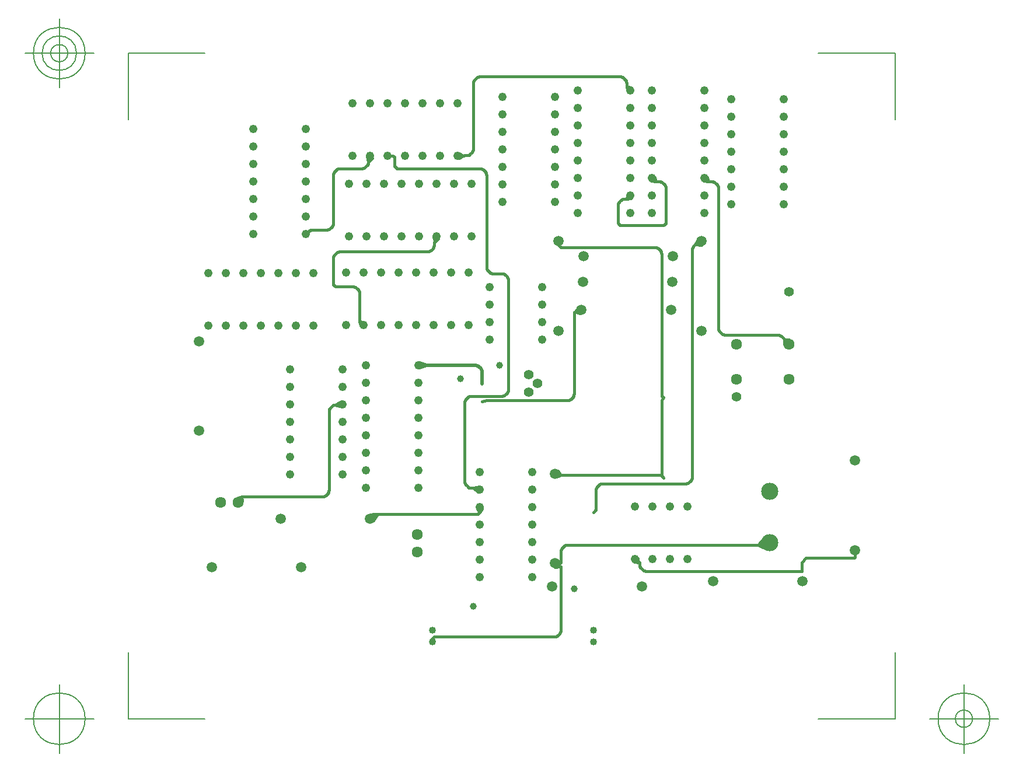
<source format=gbr>
G04 Generated by Ultiboard 12.0 *
%FSLAX25Y25*%
%MOIN*%

%ADD10C,0.00001*%
%ADD11C,0.01500*%
%ADD12C,0.02000*%
%ADD13C,0.00500*%
%ADD14C,0.06334*%
%ADD15C,0.05500*%
%ADD16C,0.05906*%
%ADD17C,0.04000*%
%ADD18C,0.04900*%
%ADD19C,0.03937*%
%ADD20C,0.01181*%
%ADD21C,0.09834*%


G04 ColorRGB 00FF00 for the following layer *
%LNCopper Top*%
%LPD*%
G54D10*
G54D11*
X108587Y299700D02*
X108587Y298587D01*
X107500Y297500D01*
X172630Y159500D02*
X175000Y160000D01*
X226600Y211600D02*
X229219Y211600D01*
X214041Y66987D02*
X216028Y65000D01*
X217500Y65000D01*
X145000Y25000D02*
X144100Y24100D01*
X144100Y22100D01*
X276000Y161795D02*
X275295Y162500D01*
X275000Y162500D01*
X216300Y248700D02*
X216300Y251081D01*
X92879Y157903D02*
X90403Y157903D01*
X90000Y157500D01*
X35000Y105000D02*
X35000Y103400D01*
X33300Y101700D01*
X336800Y78900D02*
X333900Y78900D01*
X332500Y77500D01*
X217500Y67500D02*
X216987Y66987D01*
X214041Y66987D01*
X262500Y67500D02*
X261700Y67500D01*
X259698Y69503D01*
X171134Y99101D02*
X171134Y96134D01*
X110000Y95000D02*
X110000Y93875D01*
X108644Y92519D01*
X171134Y109101D02*
X168399Y109101D01*
X167500Y110000D01*
X297959Y251046D02*
X296046Y251046D01*
X158587Y299700D02*
X162200Y299700D01*
X162500Y300000D01*
X255000Y339447D02*
X257235Y337212D01*
X269604Y287212D02*
X271815Y285000D01*
X255023Y275000D02*
X257235Y277212D01*
X276000Y161795D02*
X275000Y160000D01*
X275000Y117500D01*
X276000Y115795D01*
X347700Y192200D02*
X345000Y194900D01*
X345000Y195000D01*
X301815Y285000D02*
X299604Y287212D01*
X276000Y115795D02*
X275000Y116795D01*
X275000Y117500D01*
X217500Y117500D01*
X216832Y118168D01*
X214041Y118168D01*
X146500Y253800D02*
X146500Y251500D01*
X102500Y205000D02*
X102900Y205000D01*
X104800Y203100D01*
X106911Y294411D02*
X107029Y294540D01*
X107136Y294679D01*
X107230Y294827D01*
X107312Y294983D01*
X107379Y295145D01*
X107431Y295313D01*
X107469Y295484D01*
X107492Y295658D01*
X107500Y295833D01*
X103821Y292500D02*
X104069Y292511D01*
X104316Y292543D01*
X104558Y292597D01*
X104795Y292672D01*
X105024Y292767D01*
X105244Y292881D01*
X105453Y293015D01*
X105650Y293166D01*
X105833Y293333D01*
X91179Y292500D02*
X90931Y292489D01*
X90684Y292457D01*
X90442Y292403D01*
X90205Y292328D01*
X89976Y292233D01*
X89756Y292119D01*
X89547Y291985D01*
X89350Y291834D01*
X89167Y291667D01*
X88333Y290833D02*
X88166Y290650D01*
X88015Y290453D01*
X87881Y290244D01*
X87767Y290024D01*
X87672Y289795D01*
X87597Y289558D01*
X87543Y289316D01*
X87511Y289069D01*
X87500Y288821D01*
X86667Y259167D02*
X86834Y259350D01*
X86985Y259547D01*
X87119Y259756D01*
X87233Y259976D01*
X87328Y260205D01*
X87403Y260442D01*
X87457Y260684D01*
X87489Y260931D01*
X87500Y261179D01*
X83821Y257500D02*
X84069Y257511D01*
X84316Y257543D01*
X84558Y257597D01*
X84795Y257672D01*
X85024Y257767D01*
X85244Y257881D01*
X85453Y258015D01*
X85650Y258166D01*
X85833Y258333D01*
X75579Y257500D02*
X75336Y257489D01*
X75095Y257458D01*
X74858Y257405D01*
X74626Y257332D01*
X74402Y257239D01*
X74187Y257127D01*
X73982Y256997D01*
X73789Y256849D01*
X73610Y256685D01*
X221321Y160000D02*
X221569Y160011D01*
X221816Y160043D01*
X222058Y160097D01*
X222295Y160172D01*
X222524Y160267D01*
X222744Y160381D01*
X222953Y160515D01*
X223150Y160666D01*
X223333Y160833D01*
X224167Y161667D02*
X224334Y161850D01*
X224485Y162047D01*
X224619Y162256D01*
X224733Y162476D01*
X224828Y162705D01*
X224903Y162942D01*
X224957Y163184D01*
X224989Y163431D01*
X225000Y163679D01*
X225533Y210533D02*
X225426Y210416D01*
X225329Y210290D01*
X225244Y210156D01*
X225171Y210015D01*
X225110Y209869D01*
X225062Y209717D01*
X225028Y209562D01*
X225007Y209404D01*
X225000Y209246D01*
X216667Y26667D02*
X216834Y26850D01*
X216985Y27047D01*
X217119Y27256D01*
X217233Y27476D01*
X217328Y27705D01*
X217403Y27942D01*
X217457Y28184D01*
X217489Y28431D01*
X217500Y28679D01*
X217500Y28679D01*
X213821Y25000D02*
X214069Y25011D01*
X214316Y25043D01*
X214558Y25097D01*
X214795Y25172D01*
X215024Y25267D01*
X215244Y25381D01*
X215453Y25515D01*
X215650Y25666D01*
X215833Y25833D01*
X275000Y243821D02*
X274989Y244069D01*
X274957Y244316D01*
X274903Y244558D01*
X274828Y244795D01*
X274733Y245024D01*
X274619Y245244D01*
X274485Y245453D01*
X274334Y245650D01*
X274167Y245833D01*
X273333Y246667D02*
X273150Y246834D01*
X272953Y246985D01*
X272744Y247119D01*
X272524Y247233D01*
X272295Y247328D01*
X272058Y247403D01*
X271816Y247457D01*
X271569Y247489D01*
X271321Y247500D01*
X217100Y247900D02*
X217188Y247820D01*
X217282Y247747D01*
X217383Y247683D01*
X217489Y247628D01*
X217599Y247582D01*
X217712Y247547D01*
X217829Y247521D01*
X217947Y247505D01*
X218066Y247500D01*
X88333Y157500D02*
X88158Y157492D01*
X87984Y157469D01*
X87813Y157431D01*
X87645Y157379D01*
X87483Y157312D01*
X87327Y157230D01*
X87179Y157136D01*
X87040Y157029D01*
X86911Y156911D01*
X85833Y155833D02*
X85666Y155650D01*
X85515Y155453D01*
X85381Y155244D01*
X85267Y155024D01*
X85172Y154795D01*
X85097Y154558D01*
X85043Y154316D01*
X85011Y154069D01*
X85000Y153821D01*
X84167Y106667D02*
X84334Y106850D01*
X84485Y107047D01*
X84619Y107256D01*
X84733Y107476D01*
X84828Y107705D01*
X84903Y107942D01*
X84957Y108184D01*
X84989Y108431D01*
X85000Y108679D01*
X81321Y105000D02*
X81569Y105011D01*
X81816Y105043D01*
X82058Y105097D01*
X82295Y105172D01*
X82524Y105267D01*
X82744Y105381D01*
X82953Y105515D01*
X83150Y105666D01*
X83333Y105833D01*
X221179Y77500D02*
X220931Y77489D01*
X220684Y77457D01*
X220442Y77403D01*
X220205Y77328D01*
X219976Y77233D01*
X219756Y77119D01*
X219547Y76985D01*
X219350Y76834D01*
X219167Y76667D01*
X218333Y75833D02*
X218166Y75650D01*
X218015Y75453D01*
X217881Y75244D01*
X217767Y75024D01*
X217672Y74795D01*
X217597Y74558D01*
X217543Y74316D01*
X217511Y74069D01*
X217500Y73821D01*
X264167Y63333D02*
X264350Y63166D01*
X264547Y63015D01*
X264756Y62881D01*
X264976Y62767D01*
X265205Y62672D01*
X265442Y62597D01*
X265684Y62543D01*
X265931Y62511D01*
X266179Y62500D01*
X262500Y65833D02*
X262508Y65658D01*
X262531Y65484D01*
X262569Y65313D01*
X262621Y65145D01*
X262688Y64983D01*
X262770Y64827D01*
X262864Y64679D01*
X262971Y64540D01*
X263089Y64411D01*
X169465Y95000D02*
X169578Y95005D01*
X169689Y95020D01*
X169799Y95044D01*
X169907Y95078D01*
X170011Y95121D01*
X170111Y95173D01*
X170206Y95233D01*
X170295Y95302D01*
X170378Y95378D01*
X164411Y110589D02*
X164540Y110471D01*
X164679Y110364D01*
X164827Y110270D01*
X164983Y110188D01*
X165145Y110121D01*
X165313Y110069D01*
X165484Y110031D01*
X165658Y110008D01*
X165833Y110000D01*
X162500Y113679D02*
X162511Y113431D01*
X162543Y113184D01*
X162597Y112942D01*
X162672Y112705D01*
X162767Y112476D01*
X162881Y112256D01*
X163015Y112047D01*
X163166Y111850D01*
X163333Y111667D01*
X163333Y160833D02*
X163166Y160650D01*
X163015Y160453D01*
X162881Y160244D01*
X162767Y160024D01*
X162672Y159795D01*
X162597Y159558D01*
X162543Y159316D01*
X162511Y159069D01*
X162500Y158821D01*
X166179Y162500D02*
X165931Y162489D01*
X165684Y162457D01*
X165442Y162403D01*
X165205Y162328D01*
X164976Y162233D01*
X164756Y162119D01*
X164547Y161985D01*
X164350Y161834D01*
X164167Y161667D01*
X183821Y162500D02*
X184069Y162511D01*
X184316Y162543D01*
X184558Y162597D01*
X184795Y162672D01*
X185024Y162767D01*
X185244Y162881D01*
X185453Y163015D01*
X185650Y163166D01*
X185833Y163333D01*
X186667Y164167D02*
X186834Y164350D01*
X186985Y164547D01*
X187119Y164756D01*
X187233Y164976D01*
X187328Y165205D01*
X187403Y165442D01*
X187457Y165684D01*
X187489Y165931D01*
X187500Y166179D01*
X187500Y228821D02*
X187489Y229069D01*
X187457Y229316D01*
X187403Y229558D01*
X187328Y229795D01*
X187233Y230024D01*
X187119Y230244D01*
X186985Y230453D01*
X186834Y230650D01*
X186667Y230833D01*
X185833Y231667D02*
X185650Y231834D01*
X185453Y231985D01*
X185244Y232119D01*
X185024Y232233D01*
X184795Y232328D01*
X184558Y232403D01*
X184316Y232457D01*
X184069Y232489D01*
X183821Y232500D01*
X176667Y233333D02*
X176850Y233166D01*
X177047Y233015D01*
X177256Y232881D01*
X177476Y232767D01*
X177705Y232672D01*
X177942Y232597D01*
X178184Y232543D01*
X178431Y232511D01*
X178679Y232500D01*
X175000Y236179D02*
X175011Y235931D01*
X175043Y235684D01*
X175097Y235442D01*
X175172Y235205D01*
X175267Y234976D01*
X175381Y234756D01*
X175515Y234547D01*
X175666Y234350D01*
X175833Y234167D01*
X175000Y288821D02*
X174989Y289069D01*
X174957Y289316D01*
X174903Y289558D01*
X174828Y289795D01*
X174733Y290024D01*
X174619Y290244D01*
X174485Y290453D01*
X174334Y290650D01*
X174167Y290833D01*
X173333Y291667D02*
X173150Y291834D01*
X172953Y291985D01*
X172744Y292119D01*
X172524Y292233D01*
X172295Y292328D01*
X172058Y292403D01*
X171816Y292457D01*
X171569Y292489D01*
X171321Y292500D01*
X123333Y292917D02*
X123425Y292833D01*
X123523Y292757D01*
X123628Y292691D01*
X123738Y292633D01*
X123853Y292586D01*
X123971Y292548D01*
X124092Y292522D01*
X124215Y292505D01*
X124339Y292500D01*
X122500Y298396D02*
X122495Y298509D01*
X122480Y298622D01*
X122456Y298733D01*
X122421Y298842D01*
X122378Y298947D01*
X122325Y299048D01*
X122264Y299144D01*
X122195Y299234D01*
X122118Y299318D01*
X122034Y299395D01*
X121944Y299464D01*
X121848Y299525D01*
X121747Y299578D01*
X121642Y299621D01*
X121533Y299656D01*
X121422Y299680D01*
X121309Y299695D01*
X121196Y299700D01*
X293682Y248682D02*
X293444Y248422D01*
X293230Y248143D01*
X293041Y247846D01*
X292878Y247534D01*
X292743Y247209D01*
X292637Y246873D01*
X292561Y246529D01*
X292515Y246180D01*
X292500Y245829D01*
X291667Y114167D02*
X291834Y114350D01*
X291985Y114547D01*
X292119Y114756D01*
X292233Y114976D01*
X292328Y115205D01*
X292403Y115442D01*
X292457Y115684D01*
X292489Y115931D01*
X292500Y116179D01*
X288821Y112500D02*
X289069Y112511D01*
X289316Y112543D01*
X289558Y112597D01*
X289795Y112672D01*
X290024Y112767D01*
X290244Y112881D01*
X290453Y113015D01*
X290650Y113166D01*
X290833Y113333D01*
X241179Y112500D02*
X240931Y112489D01*
X240684Y112457D01*
X240442Y112403D01*
X240205Y112328D01*
X239976Y112233D01*
X239756Y112119D01*
X239547Y111985D01*
X239350Y111834D01*
X239167Y111667D01*
X238333Y110833D02*
X238166Y110650D01*
X238015Y110453D01*
X237881Y110244D01*
X237767Y110024D01*
X237672Y109795D01*
X237597Y109558D01*
X237543Y109316D01*
X237511Y109069D01*
X237500Y108821D01*
X237000Y97068D02*
X237092Y97155D01*
X237175Y97249D01*
X237251Y97350D01*
X237317Y97457D01*
X237373Y97569D01*
X237420Y97686D01*
X237456Y97807D01*
X237481Y97930D01*
X237496Y98055D01*
X237500Y98161D01*
X164167Y300000D02*
X164342Y300008D01*
X164516Y300031D01*
X164687Y300069D01*
X164855Y300121D01*
X165017Y300188D01*
X165173Y300270D01*
X165321Y300364D01*
X165460Y300471D01*
X165589Y300589D01*
X166667Y301667D02*
X166834Y301850D01*
X166985Y302047D01*
X167119Y302256D01*
X167233Y302476D01*
X167328Y302705D01*
X167403Y302942D01*
X167457Y303184D01*
X167489Y303431D01*
X167500Y303679D01*
X168333Y343333D02*
X168166Y343150D01*
X168015Y342953D01*
X167881Y342744D01*
X167767Y342524D01*
X167672Y342295D01*
X167597Y342058D01*
X167543Y341816D01*
X167511Y341569D01*
X167500Y341321D01*
X171179Y345000D02*
X170931Y344989D01*
X170684Y344957D01*
X170442Y344903D01*
X170205Y344828D01*
X169976Y344733D01*
X169756Y344619D01*
X169547Y344485D01*
X169350Y344334D01*
X169167Y344167D01*
X253333Y344167D02*
X253150Y344334D01*
X252953Y344485D01*
X252744Y344619D01*
X252524Y344733D01*
X252295Y344828D01*
X252058Y344903D01*
X251816Y344957D01*
X251569Y344989D01*
X251321Y345000D01*
X255000Y341482D02*
X254991Y341696D01*
X254963Y341909D01*
X254916Y342118D01*
X254852Y342323D01*
X254770Y342521D01*
X254671Y342711D01*
X254556Y342892D01*
X254425Y343062D01*
X254280Y343220D01*
X275751Y284249D02*
X275586Y284400D01*
X275408Y284537D01*
X275220Y284657D01*
X275022Y284760D01*
X274815Y284845D01*
X274602Y284913D01*
X274383Y284961D01*
X274162Y284990D01*
X273938Y285000D01*
X277500Y281321D02*
X277489Y281569D01*
X277457Y281816D01*
X277403Y282058D01*
X277328Y282295D01*
X277233Y282524D01*
X277119Y282744D01*
X276985Y282953D01*
X276834Y283150D01*
X276667Y283333D01*
X277083Y260833D02*
X277167Y260925D01*
X277243Y261023D01*
X277309Y261128D01*
X277367Y261238D01*
X277414Y261353D01*
X277452Y261471D01*
X277478Y261592D01*
X277495Y261715D01*
X277500Y261839D01*
X250833Y260417D02*
X250925Y260333D01*
X251023Y260257D01*
X251128Y260191D01*
X251238Y260133D01*
X251353Y260086D01*
X251471Y260048D01*
X251592Y260022D01*
X251715Y260005D01*
X251839Y260000D01*
X250833Y273333D02*
X250666Y273150D01*
X250515Y272953D01*
X250381Y272744D01*
X250267Y272524D01*
X250172Y272295D01*
X250097Y272058D01*
X250043Y271816D01*
X250011Y271569D01*
X250000Y271321D01*
X253341Y275000D02*
X253164Y274992D01*
X252988Y274969D01*
X252816Y274931D01*
X252647Y274878D01*
X252483Y274810D01*
X252326Y274728D01*
X252176Y274633D01*
X252036Y274525D01*
X251905Y274405D01*
X343333Y196667D02*
X343150Y196834D01*
X342953Y196985D01*
X342744Y197119D01*
X342524Y197233D01*
X342295Y197328D01*
X342058Y197403D01*
X341816Y197457D01*
X341569Y197489D01*
X341321Y197500D01*
X309167Y198333D02*
X309350Y198166D01*
X309547Y198015D01*
X309756Y197881D01*
X309976Y197767D01*
X310205Y197672D01*
X310442Y197597D01*
X310684Y197543D01*
X310931Y197511D01*
X311179Y197500D01*
X307500Y201179D02*
X307511Y200931D01*
X307543Y200684D01*
X307597Y200442D01*
X307672Y200205D01*
X307767Y199976D01*
X307881Y199756D01*
X308015Y199547D01*
X308166Y199350D01*
X308333Y199167D01*
X307500Y281321D02*
X307489Y281569D01*
X307457Y281816D01*
X307403Y282058D01*
X307328Y282295D01*
X307233Y282524D01*
X307119Y282744D01*
X306985Y282953D01*
X306834Y283150D01*
X306667Y283333D01*
X305751Y284249D02*
X305586Y284400D01*
X305408Y284537D01*
X305220Y284657D01*
X305022Y284760D01*
X304815Y284845D01*
X304602Y284913D01*
X304383Y284961D01*
X304162Y284990D01*
X303938Y285000D01*
X145500Y250500D02*
X145399Y250390D01*
X145309Y250272D01*
X145229Y250146D01*
X145160Y250014D01*
X145103Y249877D01*
X145058Y249735D01*
X145026Y249589D01*
X145006Y249442D01*
X145000Y249293D01*
X144411Y246911D02*
X144529Y247040D01*
X144636Y247179D01*
X144730Y247327D01*
X144812Y247483D01*
X144879Y247645D01*
X144931Y247813D01*
X144969Y247984D01*
X144992Y248158D01*
X145000Y248333D01*
X141321Y245000D02*
X141569Y245011D01*
X141816Y245043D01*
X142058Y245097D01*
X142295Y245172D01*
X142524Y245267D01*
X142744Y245381D01*
X142953Y245515D01*
X143150Y245666D01*
X143333Y245833D01*
X91179Y245000D02*
X90931Y244989D01*
X90684Y244957D01*
X90442Y244903D01*
X90205Y244828D01*
X89976Y244733D01*
X89756Y244619D01*
X89547Y244485D01*
X89350Y244334D01*
X89167Y244167D01*
X88333Y243333D02*
X88166Y243150D01*
X88015Y242953D01*
X87881Y242744D01*
X87767Y242524D01*
X87672Y242295D01*
X87597Y242058D01*
X87543Y241816D01*
X87511Y241569D01*
X87500Y241321D01*
X87500Y226839D02*
X87505Y226715D01*
X87522Y226592D01*
X87548Y226471D01*
X87586Y226353D01*
X87633Y226238D01*
X87691Y226128D01*
X87757Y226023D01*
X87833Y225925D01*
X87917Y225833D01*
X100833Y224167D02*
X100650Y224334D01*
X100453Y224485D01*
X100244Y224619D01*
X100024Y224733D01*
X99795Y224828D01*
X99558Y224903D01*
X99316Y224957D01*
X99069Y224989D01*
X98821Y225000D01*
X102500Y221321D02*
X102489Y221569D01*
X102457Y221816D01*
X102403Y222058D01*
X102328Y222295D01*
X102233Y222524D01*
X102119Y222744D01*
X101985Y222953D01*
X101834Y223150D01*
X101667Y223333D01*
X107500Y297500D02*
X107500Y295833D01*
X106911Y294411D02*
X105833Y293333D01*
X103821Y292500D02*
X91179Y292500D01*
X89167Y291667D02*
X88333Y290833D01*
X87500Y288821D02*
X87500Y261179D01*
X86667Y259167D02*
X85833Y258333D01*
X83821Y257500D02*
X75579Y257500D01*
X73610Y256685D02*
X71979Y255054D01*
X175000Y160000D02*
X221321Y160000D01*
X223333Y160833D02*
X224167Y161667D01*
X225000Y163679D02*
X225000Y209246D01*
X225533Y210533D02*
X226600Y211600D01*
X217500Y65000D02*
X217500Y28679D01*
X216667Y26667D02*
X215833Y25833D01*
X213821Y25000D02*
X145000Y25000D01*
X275000Y162500D02*
X275000Y243821D01*
X274167Y245833D02*
X273333Y246667D01*
X271321Y247500D02*
X218066Y247500D01*
X217100Y247900D02*
X216300Y248700D01*
X90000Y157500D02*
X88333Y157500D01*
X86911Y156911D02*
X85833Y155833D01*
X85000Y153821D02*
X85000Y108679D01*
X84167Y106667D02*
X83333Y105833D01*
X81321Y105000D02*
X35000Y105000D01*
X332500Y77500D02*
X221179Y77500D01*
X219167Y76667D02*
X218333Y75833D01*
X217500Y73821D02*
X217500Y67500D01*
X264167Y63333D02*
X263089Y64411D01*
X262500Y65833D02*
X262500Y67500D01*
X171134Y96134D02*
X170378Y95378D01*
X169465Y95000D02*
X110000Y95000D01*
X167500Y110000D02*
X165833Y110000D01*
X164411Y110589D02*
X163333Y111667D01*
X162500Y113679D02*
X162500Y158821D01*
X163333Y160833D02*
X164167Y161667D01*
X166179Y162500D02*
X183821Y162500D01*
X185833Y163333D02*
X186667Y164167D01*
X187500Y166179D02*
X187500Y228821D01*
X186667Y230833D02*
X185833Y231667D01*
X183821Y232500D02*
X178679Y232500D01*
X176667Y233333D02*
X175833Y234167D01*
X175000Y236179D02*
X175000Y288821D01*
X174167Y290833D02*
X173333Y291667D01*
X171321Y292500D02*
X124339Y292500D01*
X123333Y292917D02*
X122500Y293750D01*
X122500Y298396D01*
X121196Y299700D02*
X118587Y299700D01*
X296046Y251046D02*
X293682Y248682D01*
X292500Y245829D02*
X292500Y116179D01*
X291667Y114167D02*
X290833Y113333D01*
X288821Y112500D02*
X241179Y112500D01*
X239167Y111667D02*
X238333Y110833D01*
X237500Y108821D02*
X237500Y98161D01*
X237000Y97068D02*
X236000Y96205D01*
X162500Y300000D02*
X164167Y300000D01*
X165589Y300589D02*
X166667Y301667D01*
X167500Y303679D02*
X167500Y341321D01*
X168333Y343333D02*
X169167Y344167D01*
X171179Y345000D02*
X251321Y345000D01*
X253333Y344167D02*
X254280Y343220D01*
X255000Y341482D02*
X255000Y339447D01*
X271815Y285000D02*
X273938Y285000D01*
X275751Y284249D02*
X276667Y283333D01*
X277500Y281321D02*
X277500Y261839D01*
X277083Y260833D02*
X276250Y260000D01*
X251839Y260000D01*
X250833Y260417D02*
X250000Y261250D01*
X250000Y271321D01*
X250833Y273333D02*
X251905Y274405D01*
X253341Y275000D02*
X255023Y275000D01*
X345000Y195000D02*
X343333Y196667D01*
X341321Y197500D02*
X311179Y197500D01*
X309167Y198333D02*
X308333Y199167D01*
X307500Y201179D02*
X307500Y281321D01*
X306667Y283333D02*
X305751Y284249D01*
X303938Y285000D02*
X301815Y285000D01*
X146500Y251500D02*
X145500Y250500D01*
X145000Y249293D02*
X145000Y248333D01*
X144411Y246911D02*
X143333Y245833D01*
X141321Y245000D02*
X91179Y245000D01*
X89167Y244167D02*
X88333Y243333D01*
X87500Y241321D02*
X87500Y226839D01*
X87917Y225833D02*
X88750Y225000D01*
X98821Y225000D01*
X100833Y224167D02*
X101667Y223333D01*
X102500Y221321D02*
X102500Y205000D01*
G36*
X225849Y210849D02*
X225849Y210849D01*
X227478Y212950D01*
X228216Y209639D01*
X225849Y210849D01*
D02*
G37*
X227478Y212950D01*
X228216Y209639D01*
X225849Y210849D01*
G36*
X261864Y67500D02*
X261864Y67500D01*
X259474Y67818D01*
X261360Y69858D01*
X261864Y67500D01*
D02*
G37*
X259474Y67818D01*
X261360Y69858D01*
X261864Y67500D01*
G36*
X88447Y157500D02*
X88447Y157500D01*
X92090Y159409D01*
X92375Y156280D01*
X88447Y157500D01*
D02*
G37*
X92090Y159409D01*
X92375Y156280D01*
X88447Y157500D01*
G36*
X102543Y205000D02*
X102543Y205000D01*
X104945Y204794D01*
X103156Y202668D01*
X102543Y205000D01*
D02*
G37*
X104945Y204794D01*
X103156Y202668D01*
X102543Y205000D01*
G36*
X330026Y77500D02*
X330026Y77500D01*
X333668Y81649D01*
X335015Y75135D01*
X330026Y77500D01*
D02*
G37*
X333668Y81649D01*
X335015Y75135D01*
X330026Y77500D01*
G36*
X294189Y249189D02*
X294189Y249189D01*
X296094Y252218D01*
X297752Y248853D01*
X294189Y249189D01*
D02*
G37*
X296094Y252218D01*
X297752Y248853D01*
X294189Y249189D01*
G36*
X301690Y285126D02*
X301690Y285126D01*
X299314Y285537D01*
X301279Y287501D01*
X301690Y285126D01*
D02*
G37*
X299314Y285537D01*
X301279Y287501D01*
X301690Y285126D01*
G36*
X271690Y285126D02*
X271690Y285126D01*
X269314Y285537D01*
X271279Y287501D01*
X271690Y285126D01*
D02*
G37*
X269314Y285537D01*
X271279Y287501D01*
X271690Y285126D01*
G36*
X255149Y339298D02*
X255149Y339298D01*
X257525Y338887D01*
X255560Y336922D01*
X255149Y339298D01*
D02*
G37*
X257525Y338887D01*
X255560Y336922D01*
X255149Y339298D01*
G36*
X255149Y275126D02*
X255149Y275126D01*
X255560Y277501D01*
X257525Y275537D01*
X255149Y275126D01*
D02*
G37*
X255560Y277501D01*
X257525Y275537D01*
X255149Y275126D01*
G36*
X35000Y104949D02*
X35000Y104949D01*
X35649Y102269D01*
X32428Y103954D01*
X35000Y104949D01*
D02*
G37*
X35649Y102269D01*
X32428Y103954D01*
X35000Y104949D01*
G36*
X112930Y95000D02*
X112930Y95000D01*
X110480Y91302D01*
X108503Y94717D01*
X112930Y95000D01*
D02*
G37*
X110480Y91302D01*
X108503Y94717D01*
X112930Y95000D01*
G36*
X145910Y250910D02*
X145910Y250910D01*
X144943Y253118D01*
X147665Y252562D01*
X145910Y250910D01*
D02*
G37*
X144943Y253118D01*
X147665Y252562D01*
X145910Y250910D01*
G36*
X345107Y194793D02*
X345107Y194793D01*
X347859Y194612D01*
X345288Y192041D01*
X345107Y194793D01*
D02*
G37*
X347859Y194612D01*
X345288Y192041D01*
X345107Y194793D01*
G36*
X161537Y299700D02*
X161537Y299700D01*
X159566Y298311D01*
X159566Y301089D01*
X161537Y299700D01*
D02*
G37*
X159566Y298311D01*
X159566Y301089D01*
X161537Y299700D01*
G36*
X107500Y296163D02*
X107500Y296163D01*
X106914Y299397D01*
X109801Y298510D01*
X107500Y296163D01*
D02*
G37*
X106914Y299397D01*
X109801Y298510D01*
X107500Y296163D01*
G36*
X171134Y96151D02*
X171134Y96151D01*
X169745Y98121D01*
X172524Y98121D01*
X171134Y96151D01*
D02*
G37*
X169745Y98121D01*
X172524Y98121D01*
X171134Y96151D01*
G36*
X167536Y109964D02*
X167536Y109964D01*
X170727Y110751D01*
X170023Y107815D01*
X167536Y109964D01*
D02*
G37*
X170727Y110751D01*
X170023Y107815D01*
X167536Y109964D01*
G36*
X144558Y24558D02*
X144558Y24558D01*
X145279Y22516D01*
X143150Y22912D01*
X144558Y24558D01*
D02*
G37*
X145279Y22516D01*
X143150Y22912D01*
X144558Y24558D01*
G36*
X216865Y65000D02*
X216865Y65000D01*
X214214Y64791D01*
X216166Y67565D01*
X216865Y65000D01*
D02*
G37*
X214214Y64791D01*
X216166Y67565D01*
X216865Y65000D01*
G36*
X217461Y67461D02*
X217461Y67461D01*
X215666Y65500D01*
X215200Y68860D01*
X217461Y67461D01*
D02*
G37*
X215666Y65500D01*
X215200Y68860D01*
X217461Y67461D01*
G36*
X217440Y117560D02*
X217440Y117560D01*
X215126Y116251D01*
X215723Y119590D01*
X217440Y117560D01*
D02*
G37*
X215126Y116251D01*
X215723Y119590D01*
X217440Y117560D01*
X355000Y62500D02*
X355000Y67500D01*
X357500Y70000D01*
X385000Y70000D01*
X385538Y70538D01*
X385538Y74538D01*
X355000Y62500D02*
X266179Y62500D01*
X354821Y62700D02*
X355000Y62700D01*
G54D12*
X136248Y179990D02*
X136248Y180000D01*
X172500Y170000D02*
X172630Y169500D01*
X170833Y179167D02*
X170650Y179334D01*
X170453Y179485D01*
X170244Y179619D01*
X170024Y179733D01*
X169795Y179828D01*
X169558Y179903D01*
X169316Y179957D01*
X169069Y179989D01*
X168821Y180000D01*
X172500Y176321D02*
X172489Y176569D01*
X172457Y176816D01*
X172403Y177058D01*
X172328Y177295D01*
X172233Y177524D01*
X172119Y177744D01*
X171985Y177953D01*
X171834Y178150D01*
X171667Y178333D01*
X136248Y180000D02*
X168821Y180000D01*
X170833Y179167D02*
X171667Y178333D01*
X172500Y176321D02*
X172500Y170000D01*
G36*
X140698Y180000D02*
X140698Y180000D01*
X136717Y178618D01*
X136717Y181362D01*
X140698Y180000D01*
D02*
G37*
X136717Y178618D01*
X136717Y181362D01*
X140698Y180000D01*
G54D13*
X-29612Y-21812D02*
X-29612Y16207D01*
X-29612Y-21812D02*
X14187Y-21812D01*
X408374Y-21812D02*
X364575Y-21812D01*
X408374Y-21812D02*
X408374Y16207D01*
X408374Y358374D02*
X408374Y320355D01*
X408374Y358374D02*
X364575Y358374D01*
X-29612Y358374D02*
X14187Y358374D01*
X-29612Y358374D02*
X-29612Y320355D01*
X-49297Y-21812D02*
X-88667Y-21812D01*
X-68982Y-41497D02*
X-68982Y-2127D01*
X-83746Y-21812D02*
G75*
D01*
G02X-83746Y-21812I14764J0*
G01*
X428059Y-21812D02*
X467429Y-21812D01*
X447744Y-41497D02*
X447744Y-2127D01*
X432980Y-21812D02*
G75*
D01*
G02X432980Y-21812I14764J0*
G01*
X442823Y-21812D02*
G75*
D01*
G02X442823Y-21812I4921J0*
G01*
X-49297Y358374D02*
X-88667Y358374D01*
X-68982Y338689D02*
X-68982Y378059D01*
X-83746Y358374D02*
G75*
D01*
G02X-83746Y358374I14764J0*
G01*
X-78824Y358374D02*
G75*
D01*
G02X-78824Y358374I9842J0*
G01*
X-73903Y358374D02*
G75*
D01*
G02X-73903Y358374I4921J0*
G01*
G54D14*
X317700Y192200D03*
X347700Y192200D03*
X317700Y172200D03*
X347700Y172200D03*
X33300Y101700D03*
X23300Y101700D03*
X135646Y83526D03*
X135646Y73526D03*
G54D15*
X317700Y162200D03*
X347700Y222200D03*
X199000Y174800D03*
X199000Y164800D03*
X204000Y169800D03*
G54D16*
X304446Y56596D03*
X355628Y56596D03*
X212618Y53858D03*
X263799Y53858D03*
X214041Y118168D03*
X214041Y66987D03*
X10700Y193781D03*
X10700Y142600D03*
X57463Y92519D03*
X108644Y92519D03*
X18046Y64652D03*
X69227Y64652D03*
X297959Y199865D03*
X297959Y251046D03*
X230000Y227900D03*
X281181Y227900D03*
X216300Y251081D03*
X216300Y199900D03*
X230419Y242500D03*
X281600Y242500D03*
X229219Y211600D03*
X280400Y211600D03*
X385538Y74538D03*
X385538Y125719D03*
G54D17*
X144100Y22100D03*
X144100Y28767D03*
X236000Y22100D03*
X236000Y28767D03*
G54D18*
X41979Y255054D03*
X71979Y285054D03*
X71979Y265054D03*
X71979Y275054D03*
X71979Y295054D03*
X71979Y305054D03*
X71979Y315054D03*
X41979Y315054D03*
X41979Y285054D03*
X41979Y265054D03*
X41979Y275054D03*
X41979Y295054D03*
X41979Y305054D03*
X71979Y255054D03*
X201134Y119101D03*
X171134Y89101D03*
X171134Y109101D03*
X171134Y99101D03*
X171134Y79101D03*
X171134Y69101D03*
X171134Y59101D03*
X201134Y59101D03*
X201134Y89101D03*
X201134Y109101D03*
X201134Y99101D03*
X201134Y79101D03*
X201134Y69101D03*
X171134Y119101D03*
X98587Y329700D03*
X128587Y299700D03*
X108587Y299700D03*
X118587Y299700D03*
X138587Y299700D03*
X148587Y299700D03*
X158587Y299700D03*
X158587Y329700D03*
X128587Y329700D03*
X108587Y329700D03*
X118587Y329700D03*
X138587Y329700D03*
X148587Y329700D03*
X98587Y299700D03*
X96500Y283800D03*
X116500Y253800D03*
X106500Y253800D03*
X126500Y253800D03*
X146500Y253800D03*
X136500Y253800D03*
X156500Y253800D03*
X166500Y253800D03*
X156500Y283800D03*
X126500Y283800D03*
X116500Y283800D03*
X106500Y283800D03*
X146500Y283800D03*
X136500Y283800D03*
X166500Y283800D03*
X96500Y253800D03*
X214100Y333500D03*
X184100Y303500D03*
X184100Y323500D03*
X184100Y313500D03*
X184100Y293500D03*
X184100Y283500D03*
X184100Y273500D03*
X214100Y273500D03*
X214100Y303500D03*
X214100Y323500D03*
X214100Y313500D03*
X214100Y293500D03*
X214100Y283500D03*
X184100Y333500D03*
X227235Y267212D03*
X257235Y287212D03*
X257235Y277212D03*
X257235Y297212D03*
X257235Y317212D03*
X257235Y307212D03*
X257235Y327212D03*
X257235Y337212D03*
X227235Y327212D03*
X227235Y297212D03*
X227235Y287212D03*
X227235Y277212D03*
X227235Y317212D03*
X227235Y307212D03*
X227235Y337212D03*
X257235Y267212D03*
X299604Y337212D03*
X269604Y317212D03*
X269604Y327212D03*
X269604Y307212D03*
X269604Y287212D03*
X269604Y297212D03*
X269604Y277212D03*
X269604Y267212D03*
X299604Y277212D03*
X299604Y307212D03*
X299604Y317212D03*
X299604Y327212D03*
X299604Y287212D03*
X299604Y297212D03*
X299604Y267212D03*
X269604Y337212D03*
X344800Y332100D03*
X314800Y302100D03*
X314800Y322100D03*
X314800Y312100D03*
X314800Y292100D03*
X314800Y282100D03*
X314800Y272100D03*
X344800Y272100D03*
X344800Y302100D03*
X344800Y322100D03*
X344800Y312100D03*
X344800Y292100D03*
X344800Y282100D03*
X314800Y332100D03*
X94800Y233100D03*
X114800Y203100D03*
X104800Y203100D03*
X124800Y203100D03*
X144800Y203100D03*
X134800Y203100D03*
X154800Y203100D03*
X164800Y203100D03*
X154800Y233100D03*
X124800Y233100D03*
X114800Y233100D03*
X104800Y233100D03*
X144800Y233100D03*
X134800Y233100D03*
X164800Y233100D03*
X94800Y203100D03*
X16000Y202900D03*
X16000Y232900D03*
X46000Y202900D03*
X26000Y202900D03*
X36000Y202900D03*
X56000Y202900D03*
X66000Y202900D03*
X76000Y202900D03*
X76000Y232900D03*
X46000Y232900D03*
X26000Y232900D03*
X36000Y232900D03*
X56000Y232900D03*
X66000Y232900D03*
X136248Y179990D03*
X106248Y159990D03*
X106248Y169990D03*
X106248Y149990D03*
X106248Y129990D03*
X106248Y139990D03*
X106248Y119990D03*
X106248Y109990D03*
X136248Y119990D03*
X136248Y149990D03*
X136248Y159990D03*
X136248Y169990D03*
X136248Y129990D03*
X136248Y139990D03*
X136248Y109990D03*
X106248Y179990D03*
X62879Y117903D03*
X92879Y147903D03*
X92879Y127903D03*
X92879Y137903D03*
X92879Y157903D03*
X92879Y167903D03*
X92879Y177903D03*
X62879Y177903D03*
X62879Y147903D03*
X62879Y127903D03*
X62879Y137903D03*
X62879Y157903D03*
X62879Y167903D03*
X92879Y117903D03*
X259698Y69503D03*
X259698Y99503D03*
X269698Y69503D03*
X289698Y69503D03*
X279698Y69503D03*
X289698Y99503D03*
X269698Y99503D03*
X279698Y99503D03*
X176800Y204700D03*
X176800Y224700D03*
X206800Y224700D03*
X176800Y214700D03*
X176800Y194700D03*
X206800Y194700D03*
X206800Y214700D03*
X206800Y204700D03*
G54D19*
X225000Y52500D03*
X182500Y180000D03*
X167500Y42500D03*
X160000Y172500D03*
G54D20*
X172630Y169500D03*
X276000Y161795D03*
X276000Y115795D03*
X236000Y96205D03*
X172630Y159500D03*
G54D21*
X336800Y78900D03*
X336800Y108067D03*

M00*

</source>
